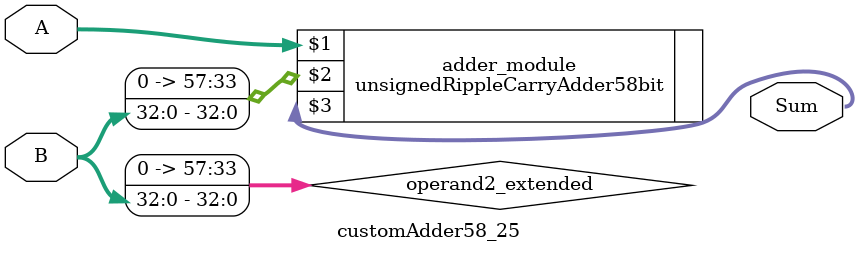
<source format=v>
module customAdder58_25(
                        input [57 : 0] A,
                        input [32 : 0] B,
                        
                        output [58 : 0] Sum
                );

        wire [57 : 0] operand2_extended;
        
        assign operand2_extended =  {25'b0, B};
        
        unsignedRippleCarryAdder58bit adder_module(
            A,
            operand2_extended,
            Sum
        );
        
        endmodule
        
</source>
